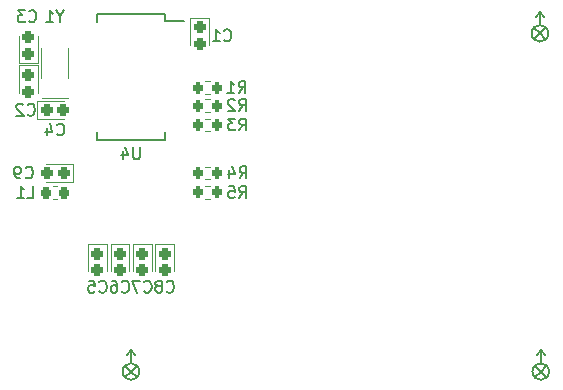
<source format=gbo>
G04 #@! TF.GenerationSoftware,KiCad,Pcbnew,7.0.7*
G04 #@! TF.CreationDate,2023-10-04T22:58:21-06:00*
G04 #@! TF.ProjectId,Modular_Interfaces,4d6f6475-6c61-4725-9f49-6e7465726661,rev?*
G04 #@! TF.SameCoordinates,Original*
G04 #@! TF.FileFunction,Legend,Bot*
G04 #@! TF.FilePolarity,Positive*
%FSLAX46Y46*%
G04 Gerber Fmt 4.6, Leading zero omitted, Abs format (unit mm)*
G04 Created by KiCad (PCBNEW 7.0.7) date 2023-10-04 22:58:21*
%MOMM*%
%LPD*%
G01*
G04 APERTURE LIST*
G04 Aperture macros list*
%AMRoundRect*
0 Rectangle with rounded corners*
0 $1 Rounding radius*
0 $2 $3 $4 $5 $6 $7 $8 $9 X,Y pos of 4 corners*
0 Add a 4 corners polygon primitive as box body*
4,1,4,$2,$3,$4,$5,$6,$7,$8,$9,$2,$3,0*
0 Add four circle primitives for the rounded corners*
1,1,$1+$1,$2,$3*
1,1,$1+$1,$4,$5*
1,1,$1+$1,$6,$7*
1,1,$1+$1,$8,$9*
0 Add four rect primitives between the rounded corners*
20,1,$1+$1,$2,$3,$4,$5,0*
20,1,$1+$1,$4,$5,$6,$7,0*
20,1,$1+$1,$6,$7,$8,$9,0*
20,1,$1+$1,$8,$9,$2,$3,0*%
G04 Aperture macros list end*
%ADD10C,0.150000*%
%ADD11C,0.120000*%
%ADD12R,1.350000X1.350000*%
%ADD13O,1.350000X1.350000*%
%ADD14C,2.300000*%
%ADD15C,1.500000*%
%ADD16R,1.500000X1.500000*%
%ADD17C,3.250000*%
%ADD18RoundRect,0.250000X-0.350000X-0.625000X0.350000X-0.625000X0.350000X0.625000X-0.350000X0.625000X0*%
%ADD19O,1.200000X1.750000*%
%ADD20C,3.000000*%
%ADD21RoundRect,0.218750X-0.218750X-0.256250X0.218750X-0.256250X0.218750X0.256250X-0.218750X0.256250X0*%
%ADD22R,2.200000X1.300000*%
%ADD23RoundRect,0.250000X-0.275000X0.287500X-0.275000X-0.287500X0.275000X-0.287500X0.275000X0.287500X0*%
%ADD24RoundRect,0.200000X-0.200000X-0.275000X0.200000X-0.275000X0.200000X0.275000X-0.200000X0.275000X0*%
%ADD25RoundRect,0.250000X-0.287500X-0.275000X0.287500X-0.275000X0.287500X0.275000X-0.287500X0.275000X0*%
%ADD26RoundRect,0.250000X0.287500X0.275000X-0.287500X0.275000X-0.287500X-0.275000X0.287500X-0.275000X0*%
%ADD27RoundRect,0.200000X0.200000X0.275000X-0.200000X0.275000X-0.200000X-0.275000X0.200000X-0.275000X0*%
%ADD28RoundRect,0.250000X0.275000X-0.287500X0.275000X0.287500X-0.275000X0.287500X-0.275000X-0.287500X0*%
%ADD29R,1.750000X0.450000*%
G04 APERTURE END LIST*
D10*
X128970666Y-81449599D02*
X129446856Y-81449599D01*
X129446856Y-81449599D02*
X129446856Y-80449599D01*
X128113523Y-81449599D02*
X128684951Y-81449599D01*
X128399237Y-81449599D02*
X128399237Y-80449599D01*
X128399237Y-80449599D02*
X128494475Y-80592456D01*
X128494475Y-80592456D02*
X128589713Y-80687694D01*
X128589713Y-80687694D02*
X128684951Y-80735313D01*
X131757690Y-66090408D02*
X131757690Y-66566599D01*
X132091023Y-65566599D02*
X131757690Y-66090408D01*
X131757690Y-66090408D02*
X131424357Y-65566599D01*
X130567214Y-66566599D02*
X131138642Y-66566599D01*
X130852928Y-66566599D02*
X130852928Y-65566599D01*
X130852928Y-65566599D02*
X130948166Y-65709456D01*
X130948166Y-65709456D02*
X131043404Y-65804694D01*
X131043404Y-65804694D02*
X131138642Y-65852313D01*
X140758166Y-89371360D02*
X140805785Y-89418980D01*
X140805785Y-89418980D02*
X140948642Y-89466599D01*
X140948642Y-89466599D02*
X141043880Y-89466599D01*
X141043880Y-89466599D02*
X141186737Y-89418980D01*
X141186737Y-89418980D02*
X141281975Y-89323741D01*
X141281975Y-89323741D02*
X141329594Y-89228503D01*
X141329594Y-89228503D02*
X141377213Y-89038027D01*
X141377213Y-89038027D02*
X141377213Y-88895170D01*
X141377213Y-88895170D02*
X141329594Y-88704694D01*
X141329594Y-88704694D02*
X141281975Y-88609456D01*
X141281975Y-88609456D02*
X141186737Y-88514218D01*
X141186737Y-88514218D02*
X141043880Y-88466599D01*
X141043880Y-88466599D02*
X140948642Y-88466599D01*
X140948642Y-88466599D02*
X140805785Y-88514218D01*
X140805785Y-88514218D02*
X140758166Y-88561837D01*
X140186737Y-88895170D02*
X140281975Y-88847551D01*
X140281975Y-88847551D02*
X140329594Y-88799932D01*
X140329594Y-88799932D02*
X140377213Y-88704694D01*
X140377213Y-88704694D02*
X140377213Y-88657075D01*
X140377213Y-88657075D02*
X140329594Y-88561837D01*
X140329594Y-88561837D02*
X140281975Y-88514218D01*
X140281975Y-88514218D02*
X140186737Y-88466599D01*
X140186737Y-88466599D02*
X139996261Y-88466599D01*
X139996261Y-88466599D02*
X139901023Y-88514218D01*
X139901023Y-88514218D02*
X139853404Y-88561837D01*
X139853404Y-88561837D02*
X139805785Y-88657075D01*
X139805785Y-88657075D02*
X139805785Y-88704694D01*
X139805785Y-88704694D02*
X139853404Y-88799932D01*
X139853404Y-88799932D02*
X139901023Y-88847551D01*
X139901023Y-88847551D02*
X139996261Y-88895170D01*
X139996261Y-88895170D02*
X140186737Y-88895170D01*
X140186737Y-88895170D02*
X140281975Y-88942789D01*
X140281975Y-88942789D02*
X140329594Y-88990408D01*
X140329594Y-88990408D02*
X140377213Y-89085646D01*
X140377213Y-89085646D02*
X140377213Y-89276122D01*
X140377213Y-89276122D02*
X140329594Y-89371360D01*
X140329594Y-89371360D02*
X140281975Y-89418980D01*
X140281975Y-89418980D02*
X140186737Y-89466599D01*
X140186737Y-89466599D02*
X139996261Y-89466599D01*
X139996261Y-89466599D02*
X139901023Y-89418980D01*
X139901023Y-89418980D02*
X139853404Y-89371360D01*
X139853404Y-89371360D02*
X139805785Y-89276122D01*
X139805785Y-89276122D02*
X139805785Y-89085646D01*
X139805785Y-89085646D02*
X139853404Y-88990408D01*
X139853404Y-88990408D02*
X139901023Y-88942789D01*
X139901023Y-88942789D02*
X139996261Y-88895170D01*
X146928166Y-79792599D02*
X147261499Y-79316408D01*
X147499594Y-79792599D02*
X147499594Y-78792599D01*
X147499594Y-78792599D02*
X147118642Y-78792599D01*
X147118642Y-78792599D02*
X147023404Y-78840218D01*
X147023404Y-78840218D02*
X146975785Y-78887837D01*
X146975785Y-78887837D02*
X146928166Y-78983075D01*
X146928166Y-78983075D02*
X146928166Y-79125932D01*
X146928166Y-79125932D02*
X146975785Y-79221170D01*
X146975785Y-79221170D02*
X147023404Y-79268789D01*
X147023404Y-79268789D02*
X147118642Y-79316408D01*
X147118642Y-79316408D02*
X147499594Y-79316408D01*
X146071023Y-79125932D02*
X146071023Y-79792599D01*
X146309118Y-78744980D02*
X146547213Y-79459265D01*
X146547213Y-79459265D02*
X145928166Y-79459265D01*
X138858166Y-89366360D02*
X138905785Y-89413980D01*
X138905785Y-89413980D02*
X139048642Y-89461599D01*
X139048642Y-89461599D02*
X139143880Y-89461599D01*
X139143880Y-89461599D02*
X139286737Y-89413980D01*
X139286737Y-89413980D02*
X139381975Y-89318741D01*
X139381975Y-89318741D02*
X139429594Y-89223503D01*
X139429594Y-89223503D02*
X139477213Y-89033027D01*
X139477213Y-89033027D02*
X139477213Y-88890170D01*
X139477213Y-88890170D02*
X139429594Y-88699694D01*
X139429594Y-88699694D02*
X139381975Y-88604456D01*
X139381975Y-88604456D02*
X139286737Y-88509218D01*
X139286737Y-88509218D02*
X139143880Y-88461599D01*
X139143880Y-88461599D02*
X139048642Y-88461599D01*
X139048642Y-88461599D02*
X138905785Y-88509218D01*
X138905785Y-88509218D02*
X138858166Y-88556837D01*
X138524832Y-88461599D02*
X137858166Y-88461599D01*
X137858166Y-88461599D02*
X138286737Y-89461599D01*
X131468166Y-76071360D02*
X131515785Y-76118980D01*
X131515785Y-76118980D02*
X131658642Y-76166599D01*
X131658642Y-76166599D02*
X131753880Y-76166599D01*
X131753880Y-76166599D02*
X131896737Y-76118980D01*
X131896737Y-76118980D02*
X131991975Y-76023741D01*
X131991975Y-76023741D02*
X132039594Y-75928503D01*
X132039594Y-75928503D02*
X132087213Y-75738027D01*
X132087213Y-75738027D02*
X132087213Y-75595170D01*
X132087213Y-75595170D02*
X132039594Y-75404694D01*
X132039594Y-75404694D02*
X131991975Y-75309456D01*
X131991975Y-75309456D02*
X131896737Y-75214218D01*
X131896737Y-75214218D02*
X131753880Y-75166599D01*
X131753880Y-75166599D02*
X131658642Y-75166599D01*
X131658642Y-75166599D02*
X131515785Y-75214218D01*
X131515785Y-75214218D02*
X131468166Y-75261837D01*
X130611023Y-75499932D02*
X130611023Y-76166599D01*
X130849118Y-75118980D02*
X131087213Y-75833265D01*
X131087213Y-75833265D02*
X130468166Y-75833265D01*
X128810666Y-79701360D02*
X128858285Y-79748980D01*
X128858285Y-79748980D02*
X129001142Y-79796599D01*
X129001142Y-79796599D02*
X129096380Y-79796599D01*
X129096380Y-79796599D02*
X129239237Y-79748980D01*
X129239237Y-79748980D02*
X129334475Y-79653741D01*
X129334475Y-79653741D02*
X129382094Y-79558503D01*
X129382094Y-79558503D02*
X129429713Y-79368027D01*
X129429713Y-79368027D02*
X129429713Y-79225170D01*
X129429713Y-79225170D02*
X129382094Y-79034694D01*
X129382094Y-79034694D02*
X129334475Y-78939456D01*
X129334475Y-78939456D02*
X129239237Y-78844218D01*
X129239237Y-78844218D02*
X129096380Y-78796599D01*
X129096380Y-78796599D02*
X129001142Y-78796599D01*
X129001142Y-78796599D02*
X128858285Y-78844218D01*
X128858285Y-78844218D02*
X128810666Y-78891837D01*
X128334475Y-79796599D02*
X128143999Y-79796599D01*
X128143999Y-79796599D02*
X128048761Y-79748980D01*
X128048761Y-79748980D02*
X128001142Y-79701360D01*
X128001142Y-79701360D02*
X127905904Y-79558503D01*
X127905904Y-79558503D02*
X127858285Y-79368027D01*
X127858285Y-79368027D02*
X127858285Y-78987075D01*
X127858285Y-78987075D02*
X127905904Y-78891837D01*
X127905904Y-78891837D02*
X127953523Y-78844218D01*
X127953523Y-78844218D02*
X128048761Y-78796599D01*
X128048761Y-78796599D02*
X128239237Y-78796599D01*
X128239237Y-78796599D02*
X128334475Y-78844218D01*
X128334475Y-78844218D02*
X128382094Y-78891837D01*
X128382094Y-78891837D02*
X128429713Y-78987075D01*
X128429713Y-78987075D02*
X128429713Y-79225170D01*
X128429713Y-79225170D02*
X128382094Y-79320408D01*
X128382094Y-79320408D02*
X128334475Y-79368027D01*
X128334475Y-79368027D02*
X128239237Y-79415646D01*
X128239237Y-79415646D02*
X128048761Y-79415646D01*
X128048761Y-79415646D02*
X127953523Y-79368027D01*
X127953523Y-79368027D02*
X127905904Y-79320408D01*
X127905904Y-79320408D02*
X127858285Y-79225170D01*
X146885166Y-74091599D02*
X147218499Y-73615408D01*
X147456594Y-74091599D02*
X147456594Y-73091599D01*
X147456594Y-73091599D02*
X147075642Y-73091599D01*
X147075642Y-73091599D02*
X146980404Y-73139218D01*
X146980404Y-73139218D02*
X146932785Y-73186837D01*
X146932785Y-73186837D02*
X146885166Y-73282075D01*
X146885166Y-73282075D02*
X146885166Y-73424932D01*
X146885166Y-73424932D02*
X146932785Y-73520170D01*
X146932785Y-73520170D02*
X146980404Y-73567789D01*
X146980404Y-73567789D02*
X147075642Y-73615408D01*
X147075642Y-73615408D02*
X147456594Y-73615408D01*
X146504213Y-73186837D02*
X146456594Y-73139218D01*
X146456594Y-73139218D02*
X146361356Y-73091599D01*
X146361356Y-73091599D02*
X146123261Y-73091599D01*
X146123261Y-73091599D02*
X146028023Y-73139218D01*
X146028023Y-73139218D02*
X145980404Y-73186837D01*
X145980404Y-73186837D02*
X145932785Y-73282075D01*
X145932785Y-73282075D02*
X145932785Y-73377313D01*
X145932785Y-73377313D02*
X145980404Y-73520170D01*
X145980404Y-73520170D02*
X146551832Y-74091599D01*
X146551832Y-74091599D02*
X145932785Y-74091599D01*
X146908166Y-81446599D02*
X147241499Y-80970408D01*
X147479594Y-81446599D02*
X147479594Y-80446599D01*
X147479594Y-80446599D02*
X147098642Y-80446599D01*
X147098642Y-80446599D02*
X147003404Y-80494218D01*
X147003404Y-80494218D02*
X146955785Y-80541837D01*
X146955785Y-80541837D02*
X146908166Y-80637075D01*
X146908166Y-80637075D02*
X146908166Y-80779932D01*
X146908166Y-80779932D02*
X146955785Y-80875170D01*
X146955785Y-80875170D02*
X147003404Y-80922789D01*
X147003404Y-80922789D02*
X147098642Y-80970408D01*
X147098642Y-80970408D02*
X147479594Y-80970408D01*
X146003404Y-80446599D02*
X146479594Y-80446599D01*
X146479594Y-80446599D02*
X146527213Y-80922789D01*
X146527213Y-80922789D02*
X146479594Y-80875170D01*
X146479594Y-80875170D02*
X146384356Y-80827551D01*
X146384356Y-80827551D02*
X146146261Y-80827551D01*
X146146261Y-80827551D02*
X146051023Y-80875170D01*
X146051023Y-80875170D02*
X146003404Y-80922789D01*
X146003404Y-80922789D02*
X145955785Y-81018027D01*
X145955785Y-81018027D02*
X145955785Y-81256122D01*
X145955785Y-81256122D02*
X146003404Y-81351360D01*
X146003404Y-81351360D02*
X146051023Y-81398980D01*
X146051023Y-81398980D02*
X146146261Y-81446599D01*
X146146261Y-81446599D02*
X146384356Y-81446599D01*
X146384356Y-81446599D02*
X146479594Y-81398980D01*
X146479594Y-81398980D02*
X146527213Y-81351360D01*
X146860166Y-72566599D02*
X147193499Y-72090408D01*
X147431594Y-72566599D02*
X147431594Y-71566599D01*
X147431594Y-71566599D02*
X147050642Y-71566599D01*
X147050642Y-71566599D02*
X146955404Y-71614218D01*
X146955404Y-71614218D02*
X146907785Y-71661837D01*
X146907785Y-71661837D02*
X146860166Y-71757075D01*
X146860166Y-71757075D02*
X146860166Y-71899932D01*
X146860166Y-71899932D02*
X146907785Y-71995170D01*
X146907785Y-71995170D02*
X146955404Y-72042789D01*
X146955404Y-72042789D02*
X147050642Y-72090408D01*
X147050642Y-72090408D02*
X147431594Y-72090408D01*
X145907785Y-72566599D02*
X146479213Y-72566599D01*
X146193499Y-72566599D02*
X146193499Y-71566599D01*
X146193499Y-71566599D02*
X146288737Y-71709456D01*
X146288737Y-71709456D02*
X146383975Y-71804694D01*
X146383975Y-71804694D02*
X146479213Y-71852313D01*
X128978166Y-74381360D02*
X129025785Y-74428980D01*
X129025785Y-74428980D02*
X129168642Y-74476599D01*
X129168642Y-74476599D02*
X129263880Y-74476599D01*
X129263880Y-74476599D02*
X129406737Y-74428980D01*
X129406737Y-74428980D02*
X129501975Y-74333741D01*
X129501975Y-74333741D02*
X129549594Y-74238503D01*
X129549594Y-74238503D02*
X129597213Y-74048027D01*
X129597213Y-74048027D02*
X129597213Y-73905170D01*
X129597213Y-73905170D02*
X129549594Y-73714694D01*
X129549594Y-73714694D02*
X129501975Y-73619456D01*
X129501975Y-73619456D02*
X129406737Y-73524218D01*
X129406737Y-73524218D02*
X129263880Y-73476599D01*
X129263880Y-73476599D02*
X129168642Y-73476599D01*
X129168642Y-73476599D02*
X129025785Y-73524218D01*
X129025785Y-73524218D02*
X128978166Y-73571837D01*
X128597213Y-73571837D02*
X128549594Y-73524218D01*
X128549594Y-73524218D02*
X128454356Y-73476599D01*
X128454356Y-73476599D02*
X128216261Y-73476599D01*
X128216261Y-73476599D02*
X128121023Y-73524218D01*
X128121023Y-73524218D02*
X128073404Y-73571837D01*
X128073404Y-73571837D02*
X128025785Y-73667075D01*
X128025785Y-73667075D02*
X128025785Y-73762313D01*
X128025785Y-73762313D02*
X128073404Y-73905170D01*
X128073404Y-73905170D02*
X128644832Y-74476599D01*
X128644832Y-74476599D02*
X128025785Y-74476599D01*
X129118166Y-66471360D02*
X129165785Y-66518980D01*
X129165785Y-66518980D02*
X129308642Y-66566599D01*
X129308642Y-66566599D02*
X129403880Y-66566599D01*
X129403880Y-66566599D02*
X129546737Y-66518980D01*
X129546737Y-66518980D02*
X129641975Y-66423741D01*
X129641975Y-66423741D02*
X129689594Y-66328503D01*
X129689594Y-66328503D02*
X129737213Y-66138027D01*
X129737213Y-66138027D02*
X129737213Y-65995170D01*
X129737213Y-65995170D02*
X129689594Y-65804694D01*
X129689594Y-65804694D02*
X129641975Y-65709456D01*
X129641975Y-65709456D02*
X129546737Y-65614218D01*
X129546737Y-65614218D02*
X129403880Y-65566599D01*
X129403880Y-65566599D02*
X129308642Y-65566599D01*
X129308642Y-65566599D02*
X129165785Y-65614218D01*
X129165785Y-65614218D02*
X129118166Y-65661837D01*
X128784832Y-65566599D02*
X128165785Y-65566599D01*
X128165785Y-65566599D02*
X128499118Y-65947551D01*
X128499118Y-65947551D02*
X128356261Y-65947551D01*
X128356261Y-65947551D02*
X128261023Y-65995170D01*
X128261023Y-65995170D02*
X128213404Y-66042789D01*
X128213404Y-66042789D02*
X128165785Y-66138027D01*
X128165785Y-66138027D02*
X128165785Y-66376122D01*
X128165785Y-66376122D02*
X128213404Y-66471360D01*
X128213404Y-66471360D02*
X128261023Y-66518980D01*
X128261023Y-66518980D02*
X128356261Y-66566599D01*
X128356261Y-66566599D02*
X128641975Y-66566599D01*
X128641975Y-66566599D02*
X128737213Y-66518980D01*
X128737213Y-66518980D02*
X128784832Y-66471360D01*
X146910166Y-75741599D02*
X147243499Y-75265408D01*
X147481594Y-75741599D02*
X147481594Y-74741599D01*
X147481594Y-74741599D02*
X147100642Y-74741599D01*
X147100642Y-74741599D02*
X147005404Y-74789218D01*
X147005404Y-74789218D02*
X146957785Y-74836837D01*
X146957785Y-74836837D02*
X146910166Y-74932075D01*
X146910166Y-74932075D02*
X146910166Y-75074932D01*
X146910166Y-75074932D02*
X146957785Y-75170170D01*
X146957785Y-75170170D02*
X147005404Y-75217789D01*
X147005404Y-75217789D02*
X147100642Y-75265408D01*
X147100642Y-75265408D02*
X147481594Y-75265408D01*
X146576832Y-74741599D02*
X145957785Y-74741599D01*
X145957785Y-74741599D02*
X146291118Y-75122551D01*
X146291118Y-75122551D02*
X146148261Y-75122551D01*
X146148261Y-75122551D02*
X146053023Y-75170170D01*
X146053023Y-75170170D02*
X146005404Y-75217789D01*
X146005404Y-75217789D02*
X145957785Y-75313027D01*
X145957785Y-75313027D02*
X145957785Y-75551122D01*
X145957785Y-75551122D02*
X146005404Y-75646360D01*
X146005404Y-75646360D02*
X146053023Y-75693980D01*
X146053023Y-75693980D02*
X146148261Y-75741599D01*
X146148261Y-75741599D02*
X146433975Y-75741599D01*
X146433975Y-75741599D02*
X146529213Y-75693980D01*
X146529213Y-75693980D02*
X146576832Y-75646360D01*
X135058166Y-89371360D02*
X135105785Y-89418980D01*
X135105785Y-89418980D02*
X135248642Y-89466599D01*
X135248642Y-89466599D02*
X135343880Y-89466599D01*
X135343880Y-89466599D02*
X135486737Y-89418980D01*
X135486737Y-89418980D02*
X135581975Y-89323741D01*
X135581975Y-89323741D02*
X135629594Y-89228503D01*
X135629594Y-89228503D02*
X135677213Y-89038027D01*
X135677213Y-89038027D02*
X135677213Y-88895170D01*
X135677213Y-88895170D02*
X135629594Y-88704694D01*
X135629594Y-88704694D02*
X135581975Y-88609456D01*
X135581975Y-88609456D02*
X135486737Y-88514218D01*
X135486737Y-88514218D02*
X135343880Y-88466599D01*
X135343880Y-88466599D02*
X135248642Y-88466599D01*
X135248642Y-88466599D02*
X135105785Y-88514218D01*
X135105785Y-88514218D02*
X135058166Y-88561837D01*
X134153404Y-88466599D02*
X134629594Y-88466599D01*
X134629594Y-88466599D02*
X134677213Y-88942789D01*
X134677213Y-88942789D02*
X134629594Y-88895170D01*
X134629594Y-88895170D02*
X134534356Y-88847551D01*
X134534356Y-88847551D02*
X134296261Y-88847551D01*
X134296261Y-88847551D02*
X134201023Y-88895170D01*
X134201023Y-88895170D02*
X134153404Y-88942789D01*
X134153404Y-88942789D02*
X134105785Y-89038027D01*
X134105785Y-89038027D02*
X134105785Y-89276122D01*
X134105785Y-89276122D02*
X134153404Y-89371360D01*
X134153404Y-89371360D02*
X134201023Y-89418980D01*
X134201023Y-89418980D02*
X134296261Y-89466599D01*
X134296261Y-89466599D02*
X134534356Y-89466599D01*
X134534356Y-89466599D02*
X134629594Y-89418980D01*
X134629594Y-89418980D02*
X134677213Y-89371360D01*
X145620166Y-68091360D02*
X145667785Y-68138980D01*
X145667785Y-68138980D02*
X145810642Y-68186599D01*
X145810642Y-68186599D02*
X145905880Y-68186599D01*
X145905880Y-68186599D02*
X146048737Y-68138980D01*
X146048737Y-68138980D02*
X146143975Y-68043741D01*
X146143975Y-68043741D02*
X146191594Y-67948503D01*
X146191594Y-67948503D02*
X146239213Y-67758027D01*
X146239213Y-67758027D02*
X146239213Y-67615170D01*
X146239213Y-67615170D02*
X146191594Y-67424694D01*
X146191594Y-67424694D02*
X146143975Y-67329456D01*
X146143975Y-67329456D02*
X146048737Y-67234218D01*
X146048737Y-67234218D02*
X145905880Y-67186599D01*
X145905880Y-67186599D02*
X145810642Y-67186599D01*
X145810642Y-67186599D02*
X145667785Y-67234218D01*
X145667785Y-67234218D02*
X145620166Y-67281837D01*
X144667785Y-68186599D02*
X145239213Y-68186599D01*
X144953499Y-68186599D02*
X144953499Y-67186599D01*
X144953499Y-67186599D02*
X145048737Y-67329456D01*
X145048737Y-67329456D02*
X145143975Y-67424694D01*
X145143975Y-67424694D02*
X145239213Y-67472313D01*
X136958166Y-89371360D02*
X137005785Y-89418980D01*
X137005785Y-89418980D02*
X137148642Y-89466599D01*
X137148642Y-89466599D02*
X137243880Y-89466599D01*
X137243880Y-89466599D02*
X137386737Y-89418980D01*
X137386737Y-89418980D02*
X137481975Y-89323741D01*
X137481975Y-89323741D02*
X137529594Y-89228503D01*
X137529594Y-89228503D02*
X137577213Y-89038027D01*
X137577213Y-89038027D02*
X137577213Y-88895170D01*
X137577213Y-88895170D02*
X137529594Y-88704694D01*
X137529594Y-88704694D02*
X137481975Y-88609456D01*
X137481975Y-88609456D02*
X137386737Y-88514218D01*
X137386737Y-88514218D02*
X137243880Y-88466599D01*
X137243880Y-88466599D02*
X137148642Y-88466599D01*
X137148642Y-88466599D02*
X137005785Y-88514218D01*
X137005785Y-88514218D02*
X136958166Y-88561837D01*
X136101023Y-88466599D02*
X136291499Y-88466599D01*
X136291499Y-88466599D02*
X136386737Y-88514218D01*
X136386737Y-88514218D02*
X136434356Y-88561837D01*
X136434356Y-88561837D02*
X136529594Y-88704694D01*
X136529594Y-88704694D02*
X136577213Y-88895170D01*
X136577213Y-88895170D02*
X136577213Y-89276122D01*
X136577213Y-89276122D02*
X136529594Y-89371360D01*
X136529594Y-89371360D02*
X136481975Y-89418980D01*
X136481975Y-89418980D02*
X136386737Y-89466599D01*
X136386737Y-89466599D02*
X136196261Y-89466599D01*
X136196261Y-89466599D02*
X136101023Y-89418980D01*
X136101023Y-89418980D02*
X136053404Y-89371360D01*
X136053404Y-89371360D02*
X136005785Y-89276122D01*
X136005785Y-89276122D02*
X136005785Y-89038027D01*
X136005785Y-89038027D02*
X136053404Y-88942789D01*
X136053404Y-88942789D02*
X136101023Y-88895170D01*
X136101023Y-88895170D02*
X136196261Y-88847551D01*
X136196261Y-88847551D02*
X136386737Y-88847551D01*
X136386737Y-88847551D02*
X136481975Y-88895170D01*
X136481975Y-88895170D02*
X136529594Y-88942789D01*
X136529594Y-88942789D02*
X136577213Y-89038027D01*
X138503404Y-77166599D02*
X138503404Y-77976122D01*
X138503404Y-77976122D02*
X138455785Y-78071360D01*
X138455785Y-78071360D02*
X138408166Y-78118980D01*
X138408166Y-78118980D02*
X138312928Y-78166599D01*
X138312928Y-78166599D02*
X138122452Y-78166599D01*
X138122452Y-78166599D02*
X138027214Y-78118980D01*
X138027214Y-78118980D02*
X137979595Y-78071360D01*
X137979595Y-78071360D02*
X137931976Y-77976122D01*
X137931976Y-77976122D02*
X137931976Y-77166599D01*
X137027214Y-77499932D02*
X137027214Y-78166599D01*
X137265309Y-77118980D02*
X137503404Y-77833265D01*
X137503404Y-77833265D02*
X136884357Y-77833265D01*
X137733491Y-96153118D02*
X137258491Y-96628118D01*
X137733491Y-96153118D02*
X138208491Y-96628118D01*
X137733491Y-96153118D02*
X137258491Y-95678118D01*
X137733491Y-96153118D02*
X138208491Y-95678118D01*
X137733491Y-95453118D02*
X137733491Y-94353118D01*
X137733491Y-94353118D02*
X137383491Y-94753118D01*
X137733491Y-94353118D02*
X138083491Y-94753118D01*
X138433937Y-96153118D02*
G75*
G03*
X138433937Y-96153118I-700446J0D01*
G01*
X173057446Y-67523480D02*
G75*
G03*
X173057446Y-67523480I-700446J0D01*
G01*
X172357000Y-65723480D02*
X172707000Y-66123480D01*
X172357000Y-65723480D02*
X172007000Y-66123480D01*
X172357000Y-66823480D02*
X172357000Y-65723480D01*
X172357000Y-67523480D02*
X172832000Y-67048480D01*
X172357000Y-67523480D02*
X171882000Y-67048480D01*
X172357000Y-67523480D02*
X172832000Y-67998480D01*
X172357000Y-67523480D02*
X171882000Y-67998480D01*
X172427291Y-96154118D02*
X171952291Y-96629118D01*
X172427291Y-96154118D02*
X172902291Y-96629118D01*
X172427291Y-96154118D02*
X171952291Y-95679118D01*
X172427291Y-96154118D02*
X172902291Y-95679118D01*
X172427291Y-95454118D02*
X172427291Y-94354118D01*
X172427291Y-94354118D02*
X172077291Y-94754118D01*
X172427291Y-94354118D02*
X172777291Y-94754118D01*
X173127737Y-96154118D02*
G75*
G03*
X173127737Y-96154118I-700446J0D01*
G01*
D11*
X131131221Y-81505780D02*
X131456779Y-81505780D01*
X131131221Y-80485780D02*
X131456779Y-80485780D01*
X132433500Y-71286780D02*
X132433500Y-68786780D01*
X130133500Y-71286780D02*
X130133500Y-68786780D01*
X132383500Y-72986780D02*
X130183500Y-72986780D01*
X139806500Y-87671780D02*
X139806500Y-85361780D01*
X139806500Y-85361780D02*
X141376500Y-85361780D01*
X141376500Y-85361780D02*
X141376500Y-87671780D01*
X143984242Y-79864280D02*
X144458758Y-79864280D01*
X143984242Y-78819280D02*
X144458758Y-78819280D01*
X137906500Y-87671780D02*
X137906500Y-85361780D01*
X137906500Y-85361780D02*
X139476500Y-85361780D01*
X139476500Y-85361780D02*
X139476500Y-87671780D01*
X132106000Y-74806780D02*
X129796000Y-74806780D01*
X129796000Y-74806780D02*
X129796000Y-73236780D01*
X129796000Y-73236780D02*
X132106000Y-73236780D01*
X130516500Y-78556780D02*
X132826500Y-78556780D01*
X132826500Y-78556780D02*
X132826500Y-80126780D01*
X132826500Y-80126780D02*
X130516500Y-80126780D01*
X144455758Y-73114280D02*
X143981242Y-73114280D01*
X144455758Y-74159280D02*
X143981242Y-74159280D01*
X144448758Y-80469280D02*
X143974242Y-80469280D01*
X144448758Y-81514280D02*
X143974242Y-81514280D01*
X144455758Y-71589280D02*
X143981242Y-71589280D01*
X144455758Y-72634280D02*
X143981242Y-72634280D01*
X128266500Y-72534280D02*
X128266500Y-70224280D01*
X128266500Y-70224280D02*
X129836500Y-70224280D01*
X129836500Y-70224280D02*
X129836500Y-72534280D01*
X129836500Y-67739280D02*
X129836500Y-70049280D01*
X129836500Y-70049280D02*
X128266500Y-70049280D01*
X128266500Y-70049280D02*
X128266500Y-67739280D01*
X143981242Y-75809280D02*
X144455758Y-75809280D01*
X143981242Y-74764280D02*
X144455758Y-74764280D01*
X134106500Y-87671780D02*
X134106500Y-85361780D01*
X134106500Y-85361780D02*
X135676500Y-85361780D01*
X135676500Y-85361780D02*
X135676500Y-87671780D01*
X142758500Y-68536780D02*
X142758500Y-66226780D01*
X142758500Y-66226780D02*
X144328500Y-66226780D01*
X144328500Y-66226780D02*
X144328500Y-68536780D01*
X136006500Y-87671780D02*
X136006500Y-85361780D01*
X136006500Y-85361780D02*
X137576500Y-85361780D01*
X137576500Y-85361780D02*
X137576500Y-87671780D01*
D10*
X134868500Y-65911780D02*
X134868500Y-66561780D01*
X134868500Y-76561780D02*
X134868500Y-75911780D01*
X140618500Y-65911780D02*
X134868500Y-65911780D01*
X140618500Y-65911780D02*
X140618500Y-66486780D01*
X140618500Y-66486780D02*
X142218500Y-66486780D01*
X140618500Y-76561780D02*
X134868500Y-76561780D01*
X140618500Y-76561780D02*
X140618500Y-75911780D01*
%LPC*%
D12*
X183407291Y-96944118D03*
D13*
X183407291Y-98944118D03*
X183407291Y-100944118D03*
X183407291Y-102944118D03*
X183407291Y-104944118D03*
X183407291Y-106944118D03*
X183407291Y-108944118D03*
X183407291Y-110944118D03*
X183407291Y-112944118D03*
X183407291Y-114944118D03*
X126743500Y-86336780D03*
X126743500Y-84336780D03*
X126743500Y-82336780D03*
X126743500Y-80336780D03*
X126743500Y-78336780D03*
X126743500Y-76336780D03*
X126743500Y-74336780D03*
X126743500Y-72336780D03*
X126743500Y-70336780D03*
D12*
X126743500Y-68336780D03*
D13*
X148743500Y-86336780D03*
X148743500Y-84336780D03*
X148743500Y-82336780D03*
X148743500Y-80336780D03*
X148743500Y-78336780D03*
X148743500Y-76336780D03*
X148743500Y-74336780D03*
X148743500Y-72336780D03*
X148743500Y-70336780D03*
D12*
X148743500Y-68336780D03*
D14*
X129551500Y-83231780D03*
X145811500Y-83231780D03*
D15*
X130821500Y-77521780D03*
X133111500Y-77521780D03*
X142251500Y-77521780D03*
X144541500Y-77521780D03*
X134129500Y-82341780D03*
X135145500Y-84121780D03*
X136161500Y-82341780D03*
X137177500Y-84121780D03*
X138193500Y-82341780D03*
X139209500Y-84121780D03*
X140225500Y-82341780D03*
D16*
X141241500Y-84121780D03*
D17*
X131331500Y-86661780D03*
X144031500Y-86661780D03*
D18*
X169407291Y-108984118D03*
D19*
X171407291Y-108984118D03*
X173407291Y-108984118D03*
X175407291Y-108984118D03*
D12*
X161437291Y-96954118D03*
D13*
X161437291Y-98954118D03*
X161437291Y-100954118D03*
X161437291Y-102954118D03*
X161437291Y-104954118D03*
X161437291Y-106954118D03*
X161437291Y-108954118D03*
X161437291Y-110954118D03*
X161437291Y-112954118D03*
X161437291Y-114954118D03*
X161360800Y-86324480D03*
X161360800Y-84324480D03*
X161360800Y-82324480D03*
X161360800Y-80324480D03*
X161360800Y-78324480D03*
X161360800Y-76324480D03*
X161360800Y-74324480D03*
X161360800Y-72324480D03*
X161360800Y-70324480D03*
D12*
X161360800Y-68324480D03*
X148723491Y-96953118D03*
D13*
X148723491Y-98953118D03*
X148723491Y-100953118D03*
X148723491Y-102953118D03*
X148723491Y-104953118D03*
X148723491Y-106953118D03*
X148723491Y-108953118D03*
X148723491Y-110953118D03*
X148723491Y-112953118D03*
X148723491Y-114953118D03*
D18*
X135713491Y-108983118D03*
D19*
X137713491Y-108983118D03*
X139713491Y-108983118D03*
D13*
X183348200Y-86334880D03*
X183348200Y-84334880D03*
X183348200Y-82334880D03*
X183348200Y-80334880D03*
X183348200Y-78334880D03*
X183348200Y-76334880D03*
X183348200Y-74334880D03*
X183348200Y-72334880D03*
X183348200Y-70334880D03*
D12*
X183348200Y-68334880D03*
D20*
X178920000Y-80550280D03*
X165780000Y-80550280D03*
D12*
X126737291Y-96954118D03*
D13*
X126737291Y-98954118D03*
X126737291Y-100954118D03*
X126737291Y-102954118D03*
X126737291Y-104954118D03*
X126737291Y-106954118D03*
X126737291Y-108954118D03*
X126737291Y-110954118D03*
X126737291Y-112954118D03*
X126737291Y-114954118D03*
D21*
X132081500Y-80995780D03*
X130506500Y-80995780D03*
D22*
X131283500Y-67936780D03*
X131283500Y-72136780D03*
D23*
X140591500Y-87584280D03*
X140591500Y-86159280D03*
D24*
X145046500Y-79341780D03*
X143396500Y-79341780D03*
D23*
X138691500Y-87584280D03*
X138691500Y-86159280D03*
D25*
X132018500Y-74021780D03*
X130593500Y-74021780D03*
D26*
X130604000Y-79341780D03*
X132029000Y-79341780D03*
D27*
X143393500Y-73636780D03*
X145043500Y-73636780D03*
X143386500Y-80991780D03*
X145036500Y-80991780D03*
X143393500Y-72111780D03*
X145043500Y-72111780D03*
D23*
X129051500Y-72446780D03*
X129051500Y-71021780D03*
D28*
X129051500Y-67826780D03*
X129051500Y-69251780D03*
D24*
X145043500Y-75286780D03*
X143393500Y-75286780D03*
D23*
X134891500Y-87584280D03*
X134891500Y-86159280D03*
X143543500Y-68449280D03*
X143543500Y-67024280D03*
X136791500Y-87584280D03*
X136791500Y-86159280D03*
D29*
X134143500Y-67011780D03*
X134143500Y-67661780D03*
X134143500Y-68311780D03*
X134143500Y-68961780D03*
X134143500Y-69611780D03*
X134143500Y-70261780D03*
X134143500Y-70911780D03*
X134143500Y-71561780D03*
X134143500Y-72211780D03*
X134143500Y-72861780D03*
X134143500Y-73511780D03*
X134143500Y-74161780D03*
X134143500Y-74811780D03*
X134143500Y-75461780D03*
X141343500Y-75461780D03*
X141343500Y-74811780D03*
X141343500Y-74161780D03*
X141343500Y-73511780D03*
X141343500Y-72861780D03*
X141343500Y-72211780D03*
X141343500Y-71561780D03*
X141343500Y-70911780D03*
X141343500Y-70261780D03*
X141343500Y-69611780D03*
X141343500Y-68961780D03*
X141343500Y-68311780D03*
X141343500Y-67661780D03*
X141343500Y-67011780D03*
%LPD*%
M02*

</source>
